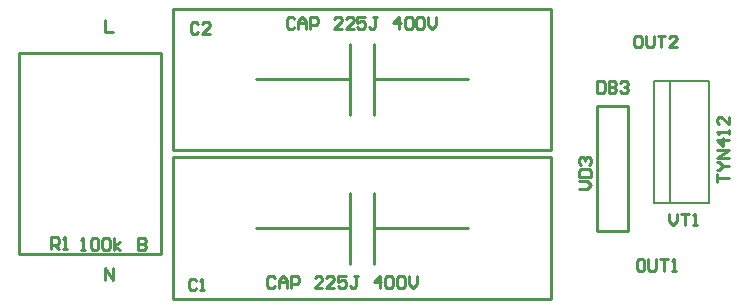
<source format=gto>
G04*
G04 #@! TF.GenerationSoftware,Altium Limited,Altium Designer,22.10.1 (41)*
G04*
G04 Layer_Color=65535*
%FSLAX44Y44*%
%MOMM*%
G71*
G04*
G04 #@! TF.SameCoordinates,2E0DDC9F-B89A-4235-B925-374E8A91578C*
G04*
G04*
G04 #@! TF.FilePolarity,Positive*
G04*
G01*
G75*
%ADD10C,0.2000*%
%ADD11C,0.2540*%
D10*
X641300Y83100D02*
Y187100D01*
X627600Y83100D02*
X673600D01*
Y187100D01*
X627600D02*
X673600D01*
X627600Y83100D02*
Y187100D01*
D11*
X540000Y128000D02*
Y248000D01*
X220000D02*
X540000D01*
X220000Y128000D02*
Y248000D01*
Y128000D02*
X540000D01*
X390000Y188000D02*
X470000D01*
X290000D02*
X370000D01*
Y158000D02*
Y208000D01*
Y218000D01*
X390000Y188000D02*
Y218000D01*
Y158000D02*
Y188000D01*
X579400Y59700D02*
Y165700D01*
X605400Y59700D02*
Y165700D01*
X579400Y59700D02*
X605400D01*
X579400Y165700D02*
X605400D01*
X210000Y40100D02*
Y210100D01*
X90000Y40100D02*
X210000D01*
X90000D02*
Y210100D01*
X210000D01*
X540000Y2000D02*
Y122000D01*
X220000D02*
X540000D01*
X220000Y2000D02*
Y122000D01*
Y2000D02*
X540000D01*
X390000Y62000D02*
X470000D01*
X290000D02*
X370000D01*
Y32000D02*
Y82000D01*
Y92000D01*
X390000Y62000D02*
Y92000D01*
Y32000D02*
Y62000D01*
X615371Y225198D02*
X612039D01*
X610373Y223532D01*
Y216868D01*
X612039Y215202D01*
X615371D01*
X617037Y216868D01*
Y223532D01*
X615371Y225198D01*
X620369D02*
Y216868D01*
X622035Y215202D01*
X625368D01*
X627034Y216868D01*
Y225198D01*
X630366D02*
X637031D01*
X633698D01*
Y215202D01*
X647027D02*
X640363D01*
X647027Y221866D01*
Y223532D01*
X645361Y225198D01*
X642029D01*
X640363Y223532D01*
X617637Y35598D02*
X614305D01*
X612639Y33932D01*
Y27268D01*
X614305Y25602D01*
X617637D01*
X619303Y27268D01*
Y33932D01*
X617637Y35598D01*
X622635D02*
Y27268D01*
X624302Y25602D01*
X627634D01*
X629300Y27268D01*
Y35598D01*
X632632D02*
X639297D01*
X635965D01*
Y25602D01*
X642629D02*
X645961D01*
X644295D01*
Y35598D01*
X642629Y33932D01*
X162532Y18418D02*
Y28415D01*
X169196Y18418D01*
Y28415D01*
X162278Y238473D02*
Y228476D01*
X168943D01*
X564202Y95571D02*
X570866D01*
X574198Y98903D01*
X570866Y102235D01*
X564202D01*
Y105568D02*
X574198D01*
Y110566D01*
X572532Y112232D01*
X565868D01*
X564202Y110566D01*
Y105568D01*
X565868Y115564D02*
X564202Y117231D01*
Y120563D01*
X565868Y122229D01*
X567534D01*
X569200Y120563D01*
Y118897D01*
Y120563D01*
X570866Y122229D01*
X572532D01*
X574198Y120563D01*
Y117231D01*
X572532Y115564D01*
X578871Y186298D02*
Y176302D01*
X583869D01*
X585536Y177968D01*
Y184632D01*
X583869Y186298D01*
X578871D01*
X588868D02*
Y176302D01*
X593866D01*
X595532Y177968D01*
Y179634D01*
X593866Y181300D01*
X588868D01*
X593866D01*
X595532Y182966D01*
Y184632D01*
X593866Y186298D01*
X588868D01*
X598865Y184632D02*
X600531Y186298D01*
X603863D01*
X605529Y184632D01*
Y182966D01*
X603863Y181300D01*
X602197D01*
X603863D01*
X605529Y179634D01*
Y177968D01*
X603863Y176302D01*
X600531D01*
X598865Y177968D01*
X640237Y74498D02*
Y67834D01*
X643569Y64502D01*
X646902Y67834D01*
Y74498D01*
X650234D02*
X656898D01*
X653566D01*
Y64502D01*
X660231D02*
X663563D01*
X661897D01*
Y74498D01*
X660231Y72832D01*
X681102Y101609D02*
Y108273D01*
Y104941D01*
X691098D01*
X681102Y111606D02*
X682768D01*
X686100Y114938D01*
X682768Y118270D01*
X681102D01*
X686100Y114938D02*
X691098D01*
Y121602D02*
X681102D01*
X691098Y128267D01*
X681102D01*
X691098Y136598D02*
X681102D01*
X686100Y131599D01*
Y138264D01*
X691098Y141596D02*
Y144928D01*
Y143262D01*
X681102D01*
X682768Y141596D01*
X691098Y156591D02*
Y149927D01*
X684434Y156591D01*
X682768D01*
X681102Y154925D01*
Y151593D01*
X682768Y149927D01*
X117036Y44302D02*
Y54298D01*
X122034D01*
X123700Y52632D01*
Y49300D01*
X122034Y47634D01*
X117036D01*
X120368D02*
X123700Y44302D01*
X127032D02*
X130365D01*
X128698D01*
Y54298D01*
X127032Y52632D01*
X142009Y43902D02*
X145341D01*
X143675D01*
Y53898D01*
X142009Y52232D01*
X150339D02*
X152006Y53898D01*
X155338D01*
X157004Y52232D01*
Y45568D01*
X155338Y43902D01*
X152006D01*
X150339Y45568D01*
Y52232D01*
X160336D02*
X162002Y53898D01*
X165335D01*
X167001Y52232D01*
Y45568D01*
X165335Y43902D01*
X162002D01*
X160336Y45568D01*
Y52232D01*
X170333Y43902D02*
Y53898D01*
Y47234D02*
X175331Y50566D01*
X170333Y47234D02*
X175331Y43902D01*
X190327Y53898D02*
Y43902D01*
X195325D01*
X196991Y45568D01*
Y47234D01*
X195325Y48900D01*
X190327D01*
X195325D01*
X196991Y50566D01*
Y52232D01*
X195325Y53898D01*
X190327D01*
X241634Y235232D02*
X239968Y236898D01*
X236635D01*
X234969Y235232D01*
Y228568D01*
X236635Y226902D01*
X239968D01*
X241634Y228568D01*
X251631Y226902D02*
X244966D01*
X251631Y233566D01*
Y235232D01*
X249965Y236898D01*
X246632D01*
X244966Y235232D01*
X322952Y239132D02*
X321286Y240798D01*
X317953D01*
X316287Y239132D01*
Y232468D01*
X317953Y230802D01*
X321286D01*
X322952Y232468D01*
X326284Y230802D02*
Y237466D01*
X329616Y240798D01*
X332948Y237466D01*
Y230802D01*
Y235800D01*
X326284D01*
X336281Y230802D02*
Y240798D01*
X341279D01*
X342945Y239132D01*
Y235800D01*
X341279Y234134D01*
X336281D01*
X362939Y230802D02*
X356274D01*
X362939Y237466D01*
Y239132D01*
X361273Y240798D01*
X357940D01*
X356274Y239132D01*
X372935Y230802D02*
X366271D01*
X372935Y237466D01*
Y239132D01*
X371269Y240798D01*
X367937D01*
X366271Y239132D01*
X382932Y240798D02*
X376268D01*
Y235800D01*
X379600Y237466D01*
X381266D01*
X382932Y235800D01*
Y232468D01*
X381266Y230802D01*
X377934D01*
X376268Y232468D01*
X392929Y240798D02*
X389597D01*
X391263D01*
Y232468D01*
X389597Y230802D01*
X387931D01*
X386264Y232468D01*
X411256Y230802D02*
Y240798D01*
X406258Y235800D01*
X412923D01*
X416255Y239132D02*
X417921Y240798D01*
X421253D01*
X422919Y239132D01*
Y232468D01*
X421253Y230802D01*
X417921D01*
X416255Y232468D01*
Y239132D01*
X426252D02*
X427918Y240798D01*
X431250D01*
X432916Y239132D01*
Y232468D01*
X431250Y230802D01*
X427918D01*
X426252Y232468D01*
Y239132D01*
X436248Y240798D02*
Y234134D01*
X439581Y230802D01*
X442913Y234134D01*
Y240798D01*
X240000Y17732D02*
X238334Y19398D01*
X235002D01*
X233335Y17732D01*
Y11068D01*
X235002Y9402D01*
X238334D01*
X240000Y11068D01*
X243332Y9402D02*
X246665D01*
X244998D01*
Y19398D01*
X243332Y17732D01*
X306652Y19532D02*
X304985Y21198D01*
X301653D01*
X299987Y19532D01*
Y12868D01*
X301653Y11202D01*
X304985D01*
X306652Y12868D01*
X309984Y11202D02*
Y17866D01*
X313316Y21198D01*
X316648Y17866D01*
Y11202D01*
Y16200D01*
X309984D01*
X319981Y11202D02*
Y21198D01*
X324979D01*
X326645Y19532D01*
Y16200D01*
X324979Y14534D01*
X319981D01*
X346639Y11202D02*
X339974D01*
X346639Y17866D01*
Y19532D01*
X344973Y21198D01*
X341640D01*
X339974Y19532D01*
X356636Y11202D02*
X349971D01*
X356636Y17866D01*
Y19532D01*
X354969Y21198D01*
X351637D01*
X349971Y19532D01*
X366632Y21198D02*
X359968D01*
Y16200D01*
X363300Y17866D01*
X364966D01*
X366632Y16200D01*
Y12868D01*
X364966Y11202D01*
X361634D01*
X359968Y12868D01*
X376629Y21198D02*
X373297D01*
X374963D01*
Y12868D01*
X373297Y11202D01*
X371631D01*
X369964Y12868D01*
X394957Y11202D02*
Y21198D01*
X389958Y16200D01*
X396623D01*
X399955Y19532D02*
X401621Y21198D01*
X404953D01*
X406619Y19532D01*
Y12868D01*
X404953Y11202D01*
X401621D01*
X399955Y12868D01*
Y19532D01*
X409952D02*
X411618Y21198D01*
X414950D01*
X416616Y19532D01*
Y12868D01*
X414950Y11202D01*
X411618D01*
X409952Y12868D01*
Y19532D01*
X419948Y21198D02*
Y14534D01*
X423281Y11202D01*
X426613Y14534D01*
Y21198D01*
M02*

</source>
